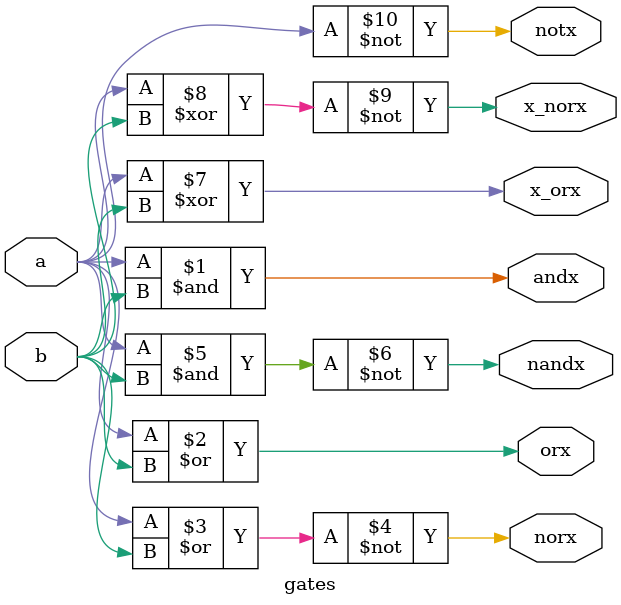
<source format=v>
module gates(a,b,andx,orx,norx,notx,nandx,x_orx,x_norx);
input a,b;
output andx,orx,norx,notx,nandx,x_orx,x_norx;
and (andx,a,b);
or (orx,a,b);
not (notx,a);
nor (norx,a,b);
nand (nandx,a,b);
xor (x_orx,a,b);
xnor(x_norx,a,b);
endmodule
 

</source>
